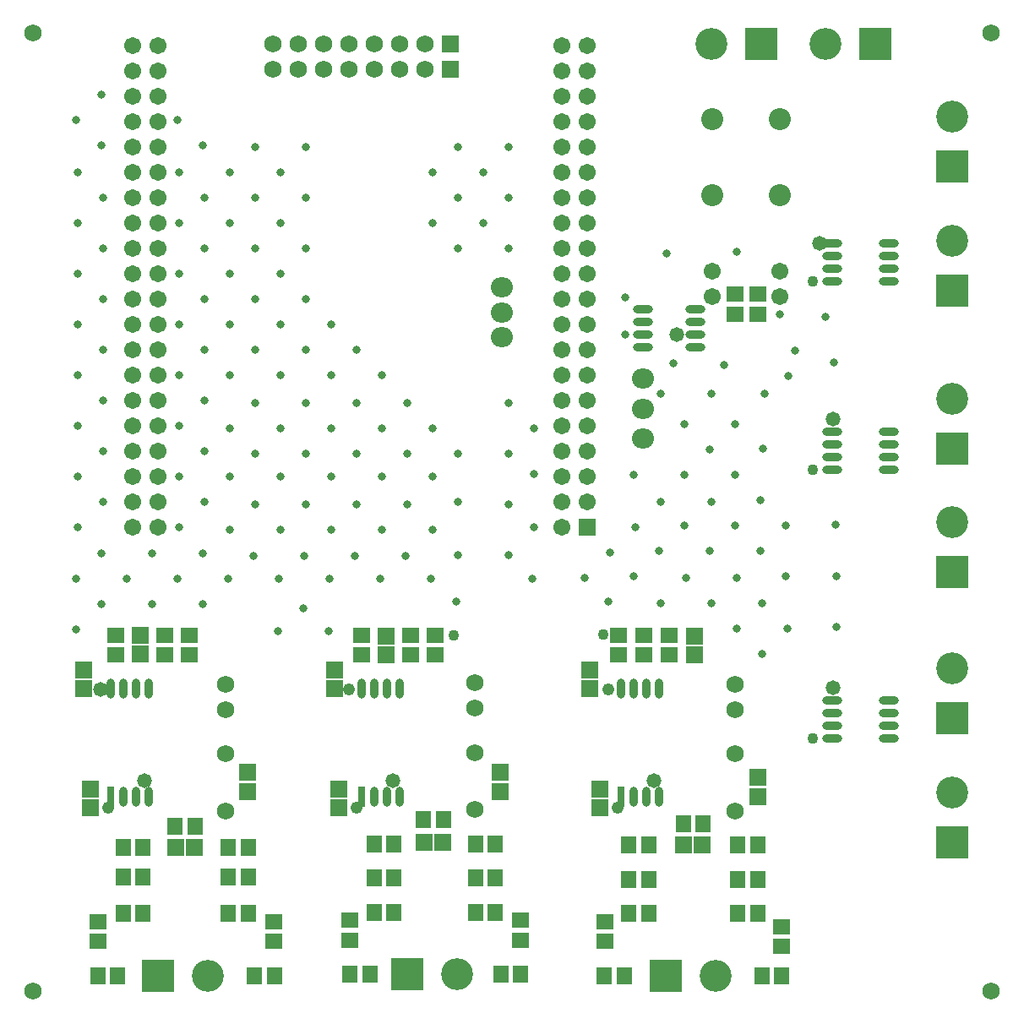
<source format=gbr>
G04 Layer_Color=8388736*
%FSLAX26Y26*%
%MOIN*%
%TF.FileFunction,Soldermask,Top*%
%TF.Part,Single*%
G01*
G75*
%TA.AperFunction,SMDPad,CuDef*%
%ADD44O,0.078866X0.033591*%
%ADD45R,0.067055X0.063118*%
%ADD46O,0.078866X0.031622*%
%ADD47R,0.063118X0.067055*%
%ADD48R,0.070992X0.067055*%
%ADD49R,0.067055X0.070992*%
%ADD50R,0.031622X0.078866*%
%ADD51O,0.031622X0.078866*%
%TA.AperFunction,ComponentPad*%
%ADD52R,0.068000X0.068000*%
%ADD53C,0.068000*%
%ADD54C,0.086740*%
%ADD55C,0.067055*%
%ADD56R,0.126110X0.126110*%
%ADD57C,0.126110*%
%ADD58R,0.126110X0.126110*%
%TA.AperFunction,ViaPad*%
%ADD59O,0.086740X0.078866*%
%TA.AperFunction,WasherPad*%
%ADD60C,0.068000*%
%TA.AperFunction,ComponentPad*%
%ADD61R,0.067055X0.067055*%
%TA.AperFunction,ViaPad*%
%ADD62C,0.033000*%
%ADD63C,0.058000*%
%ADD64C,0.043000*%
%ADD65C,0.048000*%
D44*
X3375236Y995000D02*
D03*
Y1045000D02*
D03*
Y1095000D02*
D03*
Y1145000D02*
D03*
X3154764Y995000D02*
D03*
Y1045000D02*
D03*
Y1095000D02*
D03*
Y1145000D02*
D03*
X3375236Y2055000D02*
D03*
Y2105000D02*
D03*
Y2155000D02*
D03*
Y2205000D02*
D03*
X3154764Y2055000D02*
D03*
Y2105000D02*
D03*
Y2155000D02*
D03*
Y2205000D02*
D03*
X3375236Y2800000D02*
D03*
Y2850000D02*
D03*
Y2900000D02*
D03*
Y2950000D02*
D03*
X3154764Y2800000D02*
D03*
Y2850000D02*
D03*
Y2900000D02*
D03*
Y2950000D02*
D03*
D45*
X2860000Y2749370D02*
D03*
Y2670630D02*
D03*
X2770000Y2749370D02*
D03*
Y2670630D02*
D03*
X1921772Y279370D02*
D03*
Y200630D02*
D03*
X1249370Y279370D02*
D03*
Y200630D02*
D03*
X2954370Y254370D02*
D03*
Y175630D02*
D03*
X2255000Y274370D02*
D03*
Y195630D02*
D03*
X325000Y1404370D02*
D03*
Y1325630D02*
D03*
X1488333Y1404370D02*
D03*
Y1325630D02*
D03*
X1585000Y1325630D02*
D03*
Y1404370D02*
D03*
X1295000Y1404370D02*
D03*
Y1325630D02*
D03*
X257461Y274370D02*
D03*
Y195630D02*
D03*
X949862Y274370D02*
D03*
Y195630D02*
D03*
X518333Y1404370D02*
D03*
Y1325630D02*
D03*
X615000Y1325630D02*
D03*
Y1404370D02*
D03*
X2310000Y1325630D02*
D03*
Y1404370D02*
D03*
X2409820Y1404370D02*
D03*
Y1325630D02*
D03*
X2509640Y1404370D02*
D03*
Y1325630D02*
D03*
D46*
X2405669Y2690000D02*
D03*
Y2640000D02*
D03*
Y2590000D02*
D03*
Y2540000D02*
D03*
X2614331Y2690000D02*
D03*
Y2640000D02*
D03*
Y2590000D02*
D03*
Y2540000D02*
D03*
D47*
X1540000Y675000D02*
D03*
X1618740D02*
D03*
X1745000Y310000D02*
D03*
X1823740D02*
D03*
X1823740Y445000D02*
D03*
X1745000D02*
D03*
X1745000Y580000D02*
D03*
X1823740D02*
D03*
X1923740Y65000D02*
D03*
X1845000D02*
D03*
X1424370Y580000D02*
D03*
X1345630D02*
D03*
X1345000Y445000D02*
D03*
X1423740D02*
D03*
X1423740Y310000D02*
D03*
X1345000D02*
D03*
X1250000Y65000D02*
D03*
X1328740D02*
D03*
X2565630Y660000D02*
D03*
X2644370D02*
D03*
X2954370Y60000D02*
D03*
X2875630D02*
D03*
X2780630Y305000D02*
D03*
X2859370D02*
D03*
X2859370Y440000D02*
D03*
X2780630D02*
D03*
X2780630Y575000D02*
D03*
X2859370D02*
D03*
X2253031Y60000D02*
D03*
X2331772D02*
D03*
X2429370Y305000D02*
D03*
X2350630D02*
D03*
X2350630Y440000D02*
D03*
X2429370D02*
D03*
X2429370Y575000D02*
D03*
X2350630D02*
D03*
X255492Y60000D02*
D03*
X334232D02*
D03*
X951831D02*
D03*
X873091D02*
D03*
X770630Y305000D02*
D03*
X849370D02*
D03*
X434370D02*
D03*
X355630D02*
D03*
X355630Y448933D02*
D03*
X434370D02*
D03*
X434370Y566067D02*
D03*
X355630D02*
D03*
X849370Y448933D02*
D03*
X770630D02*
D03*
X770630Y566067D02*
D03*
X849370D02*
D03*
X560630Y650000D02*
D03*
X639370D02*
D03*
D48*
X1844370Y787598D02*
D03*
Y862402D02*
D03*
X1190000Y1192598D02*
D03*
Y1267401D02*
D03*
X845000Y787598D02*
D03*
Y862402D02*
D03*
X2860000Y767598D02*
D03*
Y842402D02*
D03*
X200000Y1192598D02*
D03*
Y1267401D02*
D03*
X1205000Y722598D02*
D03*
Y797402D02*
D03*
X2235000Y722598D02*
D03*
Y797402D02*
D03*
X1392206Y1400989D02*
D03*
Y1326186D02*
D03*
X225000Y722598D02*
D03*
Y797402D02*
D03*
X422206Y1403814D02*
D03*
Y1329011D02*
D03*
X2195000Y1192598D02*
D03*
Y1267401D02*
D03*
X2610000Y1400989D02*
D03*
Y1326186D02*
D03*
D49*
X1541968Y585000D02*
D03*
X1616772D02*
D03*
X562598Y565000D02*
D03*
X637402D02*
D03*
X2566186Y575539D02*
D03*
X2640989D02*
D03*
D50*
X305000Y765000D02*
D03*
X1295000D02*
D03*
X2320000D02*
D03*
D51*
X355000D02*
D03*
X405000D02*
D03*
X455000D02*
D03*
X305000Y1194134D02*
D03*
X355000D02*
D03*
X405000D02*
D03*
X455000D02*
D03*
X1345000Y765000D02*
D03*
X1395000D02*
D03*
X1445000D02*
D03*
X1295000Y1194134D02*
D03*
X1345000D02*
D03*
X1395000D02*
D03*
X1445000D02*
D03*
X2370000Y765000D02*
D03*
X2420000D02*
D03*
X2470000D02*
D03*
X2320000Y1194134D02*
D03*
X2370000D02*
D03*
X2420000D02*
D03*
X2470000D02*
D03*
D52*
X1645000Y3635000D02*
D03*
Y3735000D02*
D03*
D53*
X1345000Y3635000D02*
D03*
X1245000D02*
D03*
X1145000D02*
D03*
X1045000D02*
D03*
X945000D02*
D03*
X1545000D02*
D03*
X1445000D02*
D03*
X1345000Y3735000D02*
D03*
X1245000D02*
D03*
X1145000D02*
D03*
X1045000D02*
D03*
X945000D02*
D03*
X1545000D02*
D03*
X1445000D02*
D03*
X1744370Y715591D02*
D03*
Y940000D02*
D03*
Y1115591D02*
D03*
Y1215591D02*
D03*
X760000Y710591D02*
D03*
Y935000D02*
D03*
Y1110591D02*
D03*
Y1210591D02*
D03*
X2770000Y710591D02*
D03*
Y935000D02*
D03*
Y1110591D02*
D03*
Y1210591D02*
D03*
D54*
X2945000Y3440000D02*
D03*
Y3140000D02*
D03*
X2680000Y3440000D02*
D03*
Y3140000D02*
D03*
D55*
X2945000Y2840000D02*
D03*
Y2740000D02*
D03*
X2680000Y2840000D02*
D03*
Y2740000D02*
D03*
X2185000Y1930000D02*
D03*
Y2030000D02*
D03*
Y2130000D02*
D03*
Y2230000D02*
D03*
Y2330000D02*
D03*
Y2430000D02*
D03*
Y2530000D02*
D03*
Y2630000D02*
D03*
Y2730000D02*
D03*
Y2830000D02*
D03*
Y2930000D02*
D03*
Y3030000D02*
D03*
Y3130000D02*
D03*
Y3230000D02*
D03*
Y3330000D02*
D03*
Y3430000D02*
D03*
Y3530000D02*
D03*
Y3630000D02*
D03*
Y3730000D02*
D03*
X2085000Y1830000D02*
D03*
Y1930000D02*
D03*
Y2030000D02*
D03*
Y2130000D02*
D03*
Y2230000D02*
D03*
Y2330000D02*
D03*
Y2430000D02*
D03*
Y2530000D02*
D03*
Y2630000D02*
D03*
Y2730000D02*
D03*
Y2830000D02*
D03*
Y2930000D02*
D03*
Y3030000D02*
D03*
Y3130000D02*
D03*
Y3230000D02*
D03*
Y3330000D02*
D03*
Y3430000D02*
D03*
Y3530000D02*
D03*
Y3630000D02*
D03*
Y3730000D02*
D03*
X492087Y1830000D02*
D03*
X392087Y3730000D02*
D03*
Y3630000D02*
D03*
Y3530000D02*
D03*
Y3430000D02*
D03*
Y3330000D02*
D03*
Y3230000D02*
D03*
Y3130000D02*
D03*
Y3030000D02*
D03*
Y2930000D02*
D03*
Y2830000D02*
D03*
Y2730000D02*
D03*
Y2630000D02*
D03*
Y2530000D02*
D03*
Y2430000D02*
D03*
Y2330000D02*
D03*
Y2230000D02*
D03*
Y2130000D02*
D03*
Y2030000D02*
D03*
Y1930000D02*
D03*
Y1830000D02*
D03*
X492087Y3730000D02*
D03*
Y3630000D02*
D03*
Y3530000D02*
D03*
Y3430000D02*
D03*
Y3330000D02*
D03*
Y3230000D02*
D03*
Y3130000D02*
D03*
Y3030000D02*
D03*
Y2930000D02*
D03*
Y2830000D02*
D03*
Y2730000D02*
D03*
Y2630000D02*
D03*
Y2530000D02*
D03*
Y2430000D02*
D03*
Y2330000D02*
D03*
Y2230000D02*
D03*
Y2130000D02*
D03*
Y2030000D02*
D03*
Y1930000D02*
D03*
D56*
X2873425Y3735000D02*
D03*
X3323425D02*
D03*
X2496575Y60000D02*
D03*
X1475945Y65000D02*
D03*
X491575Y60000D02*
D03*
D57*
X2676575Y3735000D02*
D03*
X3126575D02*
D03*
X3627665Y3448425D02*
D03*
X3627666Y2958425D02*
D03*
Y2337425D02*
D03*
Y1848425D02*
D03*
X3627665Y1273425D02*
D03*
X3627665Y783425D02*
D03*
X2693425Y60000D02*
D03*
X1672795Y65000D02*
D03*
X688425Y60000D02*
D03*
D58*
X3627665Y3251575D02*
D03*
X3627666Y2761575D02*
D03*
Y2140575D02*
D03*
Y1651575D02*
D03*
X3627665Y1076575D02*
D03*
X3627665Y586575D02*
D03*
D59*
X2405000Y2180000D02*
D03*
Y2295000D02*
D03*
Y2415000D02*
D03*
X1850000Y2775000D02*
D03*
Y2675000D02*
D03*
Y2580000D02*
D03*
D60*
X3779527Y3779528D02*
D03*
Y-0D02*
D03*
X1Y3779528D02*
D03*
Y-0D02*
D03*
D61*
X2185000Y1830000D02*
D03*
D62*
X1165000Y1419999D02*
D03*
X965000D02*
D03*
X1065000Y1509999D02*
D03*
X1670000Y1535000D02*
D03*
X1875000Y2320000D02*
D03*
X1975000Y2040000D02*
D03*
Y1830000D02*
D03*
X1970000Y1625000D02*
D03*
X1875000Y1720000D02*
D03*
X1975000Y2220000D02*
D03*
X1875000Y2120000D02*
D03*
Y1920000D02*
D03*
X1675000Y1720000D02*
D03*
Y1930000D02*
D03*
Y2120000D02*
D03*
X1375000Y2430000D02*
D03*
X1275000Y2530000D02*
D03*
X1175000Y2630000D02*
D03*
X2475000Y2355000D02*
D03*
X2675000D02*
D03*
X2770000Y2236028D02*
D03*
X2670000Y2135000D02*
D03*
X3170000Y1435000D02*
D03*
Y1635000D02*
D03*
X3165000Y1840000D02*
D03*
X3160000Y2480000D02*
D03*
X2335000Y2590000D02*
D03*
X3125000Y2660000D02*
D03*
X2175000Y1630000D02*
D03*
X2275000Y1730000D02*
D03*
X2270000Y1535000D02*
D03*
X2475000Y1530000D02*
D03*
X2370000Y1635000D02*
D03*
X2375000Y1830000D02*
D03*
X2875000Y1330000D02*
D03*
X2775000Y1430000D02*
D03*
X2675000Y1530000D02*
D03*
X2975000Y1430000D02*
D03*
X2875000Y1530000D02*
D03*
X2970000Y1635000D02*
D03*
X2870000Y1735000D02*
D03*
X2970000Y1835000D02*
D03*
X2870000Y1935000D02*
D03*
X2770000Y2035000D02*
D03*
X2880000Y2140000D02*
D03*
X3005000Y2525000D02*
D03*
X2980000Y2425000D02*
D03*
X2885000Y2355000D02*
D03*
X2570000Y2236028D02*
D03*
X2670000Y1735000D02*
D03*
X2770000Y1835000D02*
D03*
X2775000Y1630000D02*
D03*
X2470000Y1735000D02*
D03*
X2570000Y1835000D02*
D03*
X2575000Y1630000D02*
D03*
X2570000Y2035000D02*
D03*
X2675000Y1930000D02*
D03*
X2370000Y2035000D02*
D03*
X2475000Y1930000D02*
D03*
X2335000Y2735000D02*
D03*
X2525000Y2475000D02*
D03*
X2945000Y2670000D02*
D03*
X2500000Y2910000D02*
D03*
X2775000Y2915000D02*
D03*
X2725000Y2470000D02*
D03*
X1775000Y3030000D02*
D03*
Y3230000D02*
D03*
X1875000Y3330000D02*
D03*
Y3130000D02*
D03*
Y2930000D02*
D03*
X1570000Y1625000D02*
D03*
X1575000Y2030000D02*
D03*
Y3030000D02*
D03*
Y3230000D02*
D03*
X1675000Y3330000D02*
D03*
Y3130000D02*
D03*
Y2930000D02*
D03*
X1575000Y2220000D02*
D03*
Y1820000D02*
D03*
X1370000Y1625000D02*
D03*
X1375000Y2030000D02*
D03*
Y2220000D02*
D03*
Y1820000D02*
D03*
X1475000Y2320000D02*
D03*
Y2120000D02*
D03*
Y1920000D02*
D03*
X1470000Y1715000D02*
D03*
X1170000Y1625000D02*
D03*
X1175000Y2030000D02*
D03*
Y2430000D02*
D03*
Y2220000D02*
D03*
Y1820000D02*
D03*
X1275000Y2320000D02*
D03*
Y2120000D02*
D03*
Y1920000D02*
D03*
X1270000Y1715000D02*
D03*
X970000Y1625000D02*
D03*
X975000Y2030000D02*
D03*
Y2430000D02*
D03*
Y2830000D02*
D03*
Y2630000D02*
D03*
Y3030000D02*
D03*
Y3230000D02*
D03*
X1075000Y3330000D02*
D03*
Y3130000D02*
D03*
Y2730000D02*
D03*
Y2930000D02*
D03*
Y2530000D02*
D03*
X975000Y2220000D02*
D03*
Y1820000D02*
D03*
X1075000Y2320000D02*
D03*
Y2120000D02*
D03*
Y1920000D02*
D03*
X1070000Y1715000D02*
D03*
X870000D02*
D03*
X875000Y1920000D02*
D03*
Y2120000D02*
D03*
Y2320000D02*
D03*
X775000Y1820000D02*
D03*
Y2220000D02*
D03*
X875000Y2530000D02*
D03*
Y2930000D02*
D03*
Y2730000D02*
D03*
Y3130000D02*
D03*
Y3330000D02*
D03*
X775000Y3230000D02*
D03*
Y3030000D02*
D03*
Y2630000D02*
D03*
X575000Y1830000D02*
D03*
Y2230000D02*
D03*
Y3030000D02*
D03*
X570000Y3435000D02*
D03*
X670000Y3335000D02*
D03*
X575000Y3230000D02*
D03*
X675000Y3130000D02*
D03*
X575000Y2630000D02*
D03*
X270000Y3535000D02*
D03*
Y3335000D02*
D03*
X170000Y3435000D02*
D03*
X175000Y3230000D02*
D03*
Y3030000D02*
D03*
X275000Y3130000D02*
D03*
X575000Y2830000D02*
D03*
X675000Y2930000D02*
D03*
Y2730000D02*
D03*
X775000Y2830000D02*
D03*
X575000Y2430000D02*
D03*
X675000Y2530000D02*
D03*
Y2330000D02*
D03*
X775000Y2430000D02*
D03*
X575000Y2030000D02*
D03*
X675000Y2130000D02*
D03*
Y1930000D02*
D03*
X775000Y2030000D02*
D03*
X770000Y1625000D02*
D03*
X670000Y1525000D02*
D03*
Y1725000D02*
D03*
X570000Y1625000D02*
D03*
X470000Y1525000D02*
D03*
Y1725000D02*
D03*
X370000Y1625000D02*
D03*
X270000Y1725000D02*
D03*
X170000Y1625000D02*
D03*
X270000Y1525000D02*
D03*
X170000Y1425000D02*
D03*
X275000Y2130000D02*
D03*
X175000Y2030000D02*
D03*
X275000Y1930000D02*
D03*
X175000Y1830000D02*
D03*
X275000Y2530000D02*
D03*
X175000Y2430000D02*
D03*
X275000Y2330000D02*
D03*
X175000Y2230000D02*
D03*
X275000Y2930000D02*
D03*
X175000Y2830000D02*
D03*
X275000Y2730000D02*
D03*
X175000Y2630000D02*
D03*
D63*
X2540000Y2590000D02*
D03*
X3104764Y2950236D02*
D03*
X3155000Y1195000D02*
D03*
Y2255000D02*
D03*
X440000Y830000D02*
D03*
X1420000D02*
D03*
X2450000D02*
D03*
X265000Y1190000D02*
D03*
D64*
X3075000Y2800000D02*
D03*
Y2055000D02*
D03*
Y995000D02*
D03*
X1659370Y1404370D02*
D03*
X2250000Y1405000D02*
D03*
D65*
X297598Y722598D02*
D03*
X1277598D02*
D03*
X2307598D02*
D03*
X2270000Y1190000D02*
D03*
X1245000D02*
D03*
%TF.MD5,b9a8db26634db009b9359740e8ac5419*%
M02*

</source>
